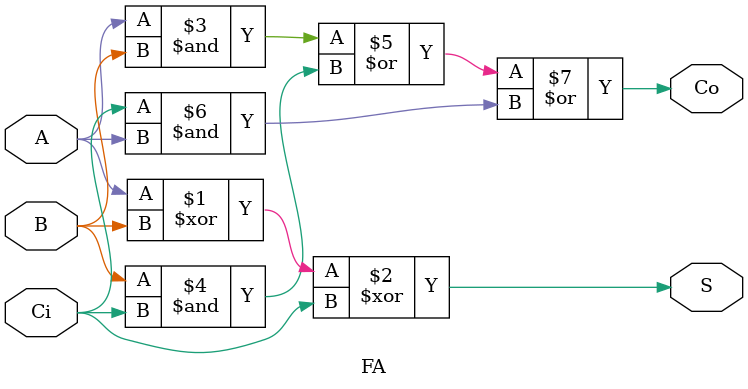
<source format=sv>

module FA (A,B,Ci,Co,S);

input A,B,Ci;
output Co, S;

 
	assign S = (A ^ B) ^ Ci;
	assign Co = (A & B) | (B & Ci) | (Ci & A);

endmodule

</source>
